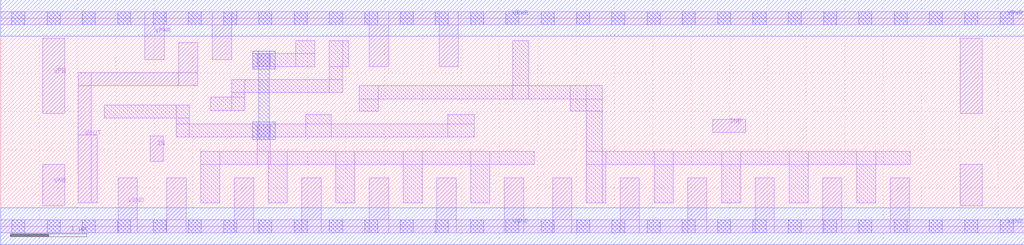
<source format=lef>
VERSION 5.6 ;
BUSBITCHARS "[]" ;
DIVIDERCHAR "/" ;

MACRO SLC
  CLASS CORE ;
  ORIGIN 0 0 ;
  FOREIGN SLC 0 0 ;
  SIZE 13.34 BY 2.72 ;
  SYMMETRY X Y ;
  SITE unithd ;
  PIN IN
    DIRECTION INPUT ;
    USE SIGNAL ;
    PORT
      LAYER li1 ;
        RECT 1.95 0.85 2.12 1.18 ;
    END
  END IN
  PIN INB
    DIRECTION INPUT ;
    USE SIGNAL ;
    PORT
      LAYER li1 ;
        RECT 9.28 1.225 9.71 1.395 ;
    END
  END INB
  PIN VGND
    DIRECTION INOUT ;
    USE GROUND ;
    PORT
      LAYER met1 ;
        RECT 0 -0.24 13.34 0.24 ;
      LAYER li1 ;
        RECT 0 -0.085 13.34 0.085 ;
        RECT 11.595 -0.085 11.845 0.635 ;
        RECT 10.715 -0.085 10.965 0.635 ;
        RECT 9.835 -0.085 10.085 0.635 ;
        RECT 8.955 -0.085 9.205 0.635 ;
        RECT 8.075 -0.085 8.325 0.635 ;
        RECT 7.195 -0.085 7.445 0.635 ;
        RECT 6.565 -0.085 6.815 0.635 ;
        RECT 5.685 -0.085 5.935 0.635 ;
        RECT 4.805 -0.085 5.055 0.635 ;
        RECT 3.925 -0.085 4.175 0.635 ;
        RECT 3.045 -0.085 3.295 0.635 ;
        RECT 2.165 -0.085 2.415 0.635 ;
        RECT 1.53 -0.085 1.78 0.635 ;
      LAYER mcon ;
        RECT 0.145 -0.085 0.315 0.085 ;
        RECT 0.605 -0.085 0.775 0.085 ;
        RECT 1.065 -0.085 1.235 0.085 ;
        RECT 1.525 -0.085 1.695 0.085 ;
        RECT 1.985 -0.085 2.155 0.085 ;
        RECT 2.445 -0.085 2.615 0.085 ;
        RECT 2.905 -0.085 3.075 0.085 ;
        RECT 3.365 -0.085 3.535 0.085 ;
        RECT 3.825 -0.085 3.995 0.085 ;
        RECT 4.285 -0.085 4.455 0.085 ;
        RECT 4.745 -0.085 4.915 0.085 ;
        RECT 5.205 -0.085 5.375 0.085 ;
        RECT 5.665 -0.085 5.835 0.085 ;
        RECT 6.125 -0.085 6.295 0.085 ;
        RECT 6.585 -0.085 6.755 0.085 ;
        RECT 7.045 -0.085 7.215 0.085 ;
        RECT 7.505 -0.085 7.675 0.085 ;
        RECT 7.965 -0.085 8.135 0.085 ;
        RECT 8.425 -0.085 8.595 0.085 ;
        RECT 8.885 -0.085 9.055 0.085 ;
        RECT 9.345 -0.085 9.515 0.085 ;
        RECT 9.805 -0.085 9.975 0.085 ;
        RECT 10.265 -0.085 10.435 0.085 ;
        RECT 10.725 -0.085 10.895 0.085 ;
        RECT 11.185 -0.085 11.355 0.085 ;
        RECT 11.645 -0.085 11.815 0.085 ;
        RECT 12.105 -0.085 12.275 0.085 ;
        RECT 12.565 -0.085 12.735 0.085 ;
        RECT 13.025 -0.085 13.195 0.085 ;
    END
  END VGND
  PIN VNB
    DIRECTION INOUT ;
    USE GROUND ;
    PORT
      LAYER li1 ;
        RECT 12.505 0.265 12.795 0.81 ;
        RECT 0.545 0.265 0.835 0.81 ;
    END
  END VNB
  PIN VOUT
    DIRECTION OUTPUT ;
    USE SIGNAL ;
    PORT
      LAYER li1 ;
        RECT 2.32 1.835 2.57 2.4 ;
        RECT 1.01 1.835 2.57 2.005 ;
        RECT 1.01 0.305 1.26 1.195 ;
        RECT 1.01 0.305 1.18 2.005 ;
    END
  END VOUT
  PIN VPB
    DIRECTION INOUT ;
    USE POWER ;
    PORT
      LAYER li1 ;
        RECT 12.505 1.47 12.795 2.455 ;
        RECT 0.545 1.47 0.835 2.455 ;
    END
  END VPB
  PIN VPWR
    DIRECTION INOUT ;
    USE POWER ;
    PORT
      LAYER met1 ;
        RECT 0 2.48 13.34 2.96 ;
      LAYER li1 ;
        RECT 0 2.635 13.34 2.805 ;
        RECT 5.715 2.085 5.965 2.805 ;
        RECT 4.805 2.085 5.055 2.805 ;
        RECT 2.76 2.175 3.01 2.805 ;
        RECT 1.88 2.175 2.13 2.805 ;
      LAYER mcon ;
        RECT 0.145 2.635 0.315 2.805 ;
        RECT 0.605 2.635 0.775 2.805 ;
        RECT 1.065 2.635 1.235 2.805 ;
        RECT 1.525 2.635 1.695 2.805 ;
        RECT 1.985 2.635 2.155 2.805 ;
        RECT 2.445 2.635 2.615 2.805 ;
        RECT 2.905 2.635 3.075 2.805 ;
        RECT 3.365 2.635 3.535 2.805 ;
        RECT 3.825 2.635 3.995 2.805 ;
        RECT 4.285 2.635 4.455 2.805 ;
        RECT 4.745 2.635 4.915 2.805 ;
        RECT 5.205 2.635 5.375 2.805 ;
        RECT 5.665 2.635 5.835 2.805 ;
        RECT 6.125 2.635 6.295 2.805 ;
        RECT 6.585 2.635 6.755 2.805 ;
        RECT 7.045 2.635 7.215 2.805 ;
        RECT 7.505 2.635 7.675 2.805 ;
        RECT 7.965 2.635 8.135 2.805 ;
        RECT 8.425 2.635 8.595 2.805 ;
        RECT 8.885 2.635 9.055 2.805 ;
        RECT 9.345 2.635 9.515 2.805 ;
        RECT 9.805 2.635 9.975 2.805 ;
        RECT 10.265 2.635 10.435 2.805 ;
        RECT 10.725 2.635 10.895 2.805 ;
        RECT 11.185 2.635 11.355 2.805 ;
        RECT 11.645 2.635 11.815 2.805 ;
        RECT 12.105 2.635 12.275 2.805 ;
        RECT 12.565 2.635 12.735 2.805 ;
        RECT 13.025 2.635 13.195 2.805 ;
    END
  END VPWR
  OBS
    LAYER mcon ;
      RECT 3.345 1.165 3.515 1.335 ;
      RECT 3.345 2.085 3.515 2.255 ;
    LAYER met1 ;
      RECT 3.285 2.055 3.575 2.285 ;
      RECT 3.36 1.135 3.5 2.285 ;
      RECT 3.285 1.135 3.575 1.365 ;
    LAYER li1 ;
      RECT 6.675 1.665 6.885 2.425 ;
      RECT 4.67 1.665 7.84 1.835 ;
      RECT 7.635 0.305 7.84 1.835 ;
      RECT 7.42 1.505 7.84 1.835 ;
      RECT 4.67 1.505 4.92 1.835 ;
      RECT 7.635 0.805 11.855 0.975 ;
      RECT 11.155 0.305 11.405 0.975 ;
      RECT 10.275 0.305 10.525 0.975 ;
      RECT 9.395 0.305 9.645 0.975 ;
      RECT 8.515 0.305 8.765 0.975 ;
      RECT 7.635 0.305 7.885 0.975 ;
      RECT 1.35 1.415 2.46 1.585 ;
      RECT 2.29 1.165 2.46 1.585 ;
      RECT 5.825 1.165 6.175 1.46 ;
      RECT 3.975 1.165 4.305 1.46 ;
      RECT 2.29 1.165 6.175 1.335 ;
      RECT 3.345 0.805 3.515 1.335 ;
      RECT 2.605 0.805 6.955 0.975 ;
      RECT 6.125 0.305 6.375 0.975 ;
      RECT 5.245 0.305 5.495 0.975 ;
      RECT 4.365 0.305 4.615 0.975 ;
      RECT 3.485 0.305 3.735 0.975 ;
      RECT 2.605 0.305 2.855 0.975 ;
      RECT 4.285 2.085 4.535 2.425 ;
      RECT 4.285 1.745 4.455 2.425 ;
      RECT 3.01 1.745 4.455 1.915 ;
      RECT 3.01 1.515 3.18 1.915 ;
      RECT 2.74 1.515 3.18 1.685 ;
      RECT 3.845 2.085 4.095 2.425 ;
      RECT 3.285 2.085 4.095 2.255 ;
  END
END SLC

END LIBRARY

</source>
